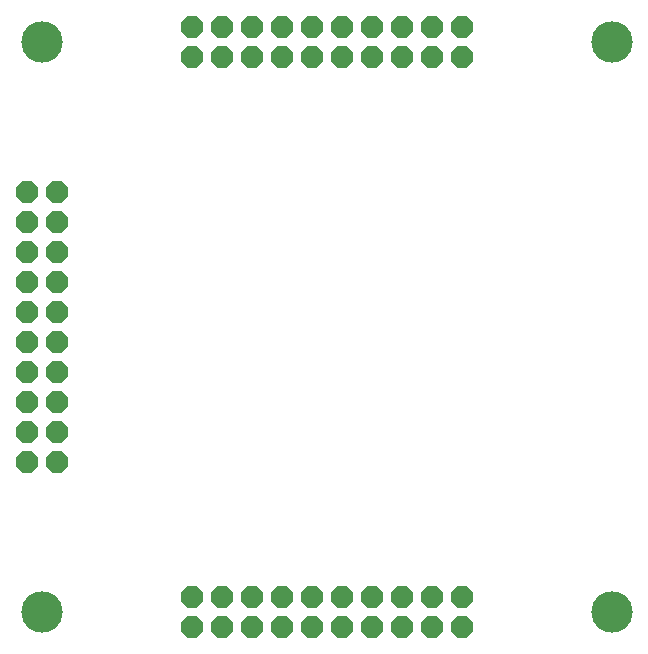
<source format=gbs>
G75*
G70*
%OFA0B0*%
%FSLAX24Y24*%
%IPPOS*%
%LPD*%
%AMOC8*
5,1,8,0,0,1.08239X$1,22.5*
%
%ADD10OC8,0.0720*%
%ADD11C,0.1380*%
D10*
X001528Y007028D03*
X001528Y008028D03*
X001528Y009028D03*
X001528Y010028D03*
X001528Y011028D03*
X001528Y012028D03*
X001528Y013028D03*
X001528Y014028D03*
X001528Y015028D03*
X001528Y016028D03*
X002528Y016028D03*
X002528Y015028D03*
X002528Y014028D03*
X002528Y013028D03*
X002528Y012028D03*
X002528Y011028D03*
X002528Y010028D03*
X002528Y009028D03*
X002528Y008028D03*
X002528Y007028D03*
X007028Y002528D03*
X007028Y001528D03*
X008028Y001528D03*
X008028Y002528D03*
X009028Y002528D03*
X009028Y001528D03*
X010028Y001528D03*
X010028Y002528D03*
X011028Y002528D03*
X011028Y001528D03*
X012028Y001528D03*
X012028Y002528D03*
X013028Y002528D03*
X013028Y001528D03*
X014028Y001528D03*
X014028Y002528D03*
X015028Y002528D03*
X015028Y001528D03*
X016028Y001528D03*
X016028Y002528D03*
X016028Y020528D03*
X015028Y020528D03*
X014028Y020528D03*
X013028Y020528D03*
X012028Y020528D03*
X011028Y020528D03*
X010028Y020528D03*
X009028Y020528D03*
X008028Y020528D03*
X007028Y020528D03*
X007028Y021528D03*
X008028Y021528D03*
X009028Y021528D03*
X010028Y021528D03*
X011028Y021528D03*
X012028Y021528D03*
X013028Y021528D03*
X014028Y021528D03*
X015028Y021528D03*
X016028Y021528D03*
D11*
X002028Y002028D03*
X002028Y021028D03*
X021028Y021028D03*
X021028Y002028D03*
M02*

</source>
